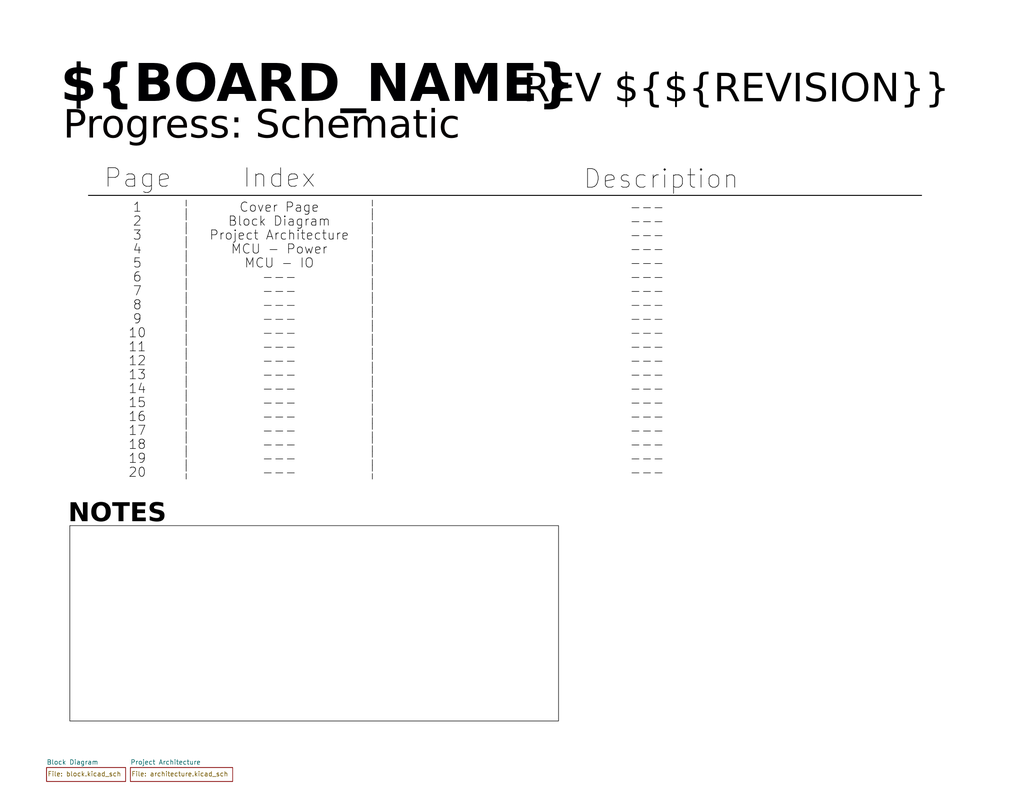
<source format=kicad_sch>
(kicad_sch
	(version 20250114)
	(generator "eeschema")
	(generator_version "9.0")
	(uuid "6f4585fe-170a-460f-821c-f2114dc34181")
	(paper "USLetter")
	(title_block
		(title "${BOARD_NAME}")
		(date "2025-04-07")
		(rev "${REVISION}")
		(company "${DESIGNER}")
	)
	(lib_symbols)
	(text "Progress: Schematic"
		(exclude_from_sim yes)
		(at 71.374 36.576 0)
		(effects
			(font
				(face "Verdana")
				(size 7.62 7.62)
				(color 2 0 0 1)
			)
		)
		(uuid "354445ad-f1d7-43a0-962d-d6aa04fed38e")
	)
	(text "Description\n"
		(exclude_from_sim yes)
		(at 159.004 49.022 0)
		(effects
			(font
				(size 5.08 5.08)
				(color 0 0 0 1)
			)
			(justify left)
		)
		(uuid "63ca6be9-fa2c-42b5-8a49-2f1863e8dbb5")
	)
	(text "Page"
		(exclude_from_sim yes)
		(at 37.592 48.768 0)
		(effects
			(font
				(size 5.08 5.08)
				(color 0 0 0 1)
			)
		)
		(uuid "6d3f7a13-1da5-4a20-8207-fcce4d64113e")
	)
	(text "REV ${REVISION}"
		(exclude_from_sim yes)
		(at 259.08 26.67 0)
		(effects
			(font
				(face "Verdana")
				(size 7.62 7.62)
				(color 0 0 0 1)
			)
			(justify right)
		)
		(uuid "7e4b2563-4706-4459-955b-2d8de3dc42fa")
	)
	(text "Index"
		(exclude_from_sim yes)
		(at 76.2 48.768 0)
		(effects
			(font
				(size 5.08 5.08)
				(color 0 0 0 1)
			)
		)
		(uuid "b36ca06e-9444-46c7-8015-3246e901f5a8")
	)
	(text "${BOARD_NAME}"
		(exclude_from_sim yes)
		(at 16.51 26.162 0)
		(effects
			(font
				(face "Verdana")
				(size 10.16 10.16)
				(thickness 0.508)
				(bold yes)
				(color 0 0 2 1)
			)
			(justify left)
		)
		(uuid "b96925c5-14b0-466a-92c7-52bc32514082")
	)
	(text "NOTES"
		(exclude_from_sim yes)
		(at 32.004 141.732 0)
		(effects
			(font
				(face "Verdana")
				(size 5.08 5.08)
				(bold yes)
				(color 0 0 0 1)
			)
		)
		(uuid "de289014-4c95-42a7-a1e5-a882c81b1e4a")
	)
	(text_box ""
		(exclude_from_sim yes)
		(at 19.05 143.51 0)
		(size 133.35 53.34)
		(margins 0.9525 0.9525 0.9525 0.9525)
		(stroke
			(width 0)
			(type solid)
			(color 0 0 0 1)
		)
		(fill
			(type none)
		)
		(effects
			(font
				(size 1.27 1.27)
				(thickness 0.1588)
				(color 0 0 0 1)
			)
			(justify left top)
		)
		(uuid "70f495b5-ef02-49b7-b360-0423f8dfaf9f")
	)
	(polyline
		(pts
			(xy 24.13 53.34) (xy 251.46 53.34)
		)
		(stroke
			(width 0.254)
			(type solid)
			(color 0 0 0 1)
		)
		(uuid "2e9259e5-0dd4-45f9-b04e-0234fb603303")
	)
	(table
		(column_count 3)
		(border
			(external no)
			(header no)
		)
		(separators
			(rows no)
			(cols yes)
			(stroke
				(width 0)
				(type dash)
				(color 0 0 0 1)
			)
		)
		(column_widths 26.67 50.8 149.86)
		(row_heights 3.81 3.81 3.81 3.81 3.81 3.81 3.81 3.81 3.81 3.81 3.81 3.81
			3.81 3.81 3.81 3.81 3.81 3.81 3.81 3.81
		)
		(cells
			(table_cell "1"
				(exclude_from_sim no)
				(at 24.13 54.61 0)
				(size 26.67 3.81)
				(margins 0.9525 0.9525 0.9525 0.9525)
				(span 1 1)
				(fill
					(type none)
				)
				(effects
					(font
						(size 2.54 2.54)
						(color 0 0 0 1)
					)
				)
				(uuid "31d93f98-c8bd-422b-8bfc-6a381cf40721")
			)
			(table_cell "Cover Page"
				(exclude_from_sim no)
				(at 50.8 54.61 0)
				(size 50.8 3.81)
				(margins 0.9525 0.9525 0.9525 0.9525)
				(span 1 1)
				(fill
					(type none)
				)
				(effects
					(font
						(size 2.54 2.54)
						(color 0 0 0 1)
					)
				)
				(uuid "155b1a1d-9aa2-42b6-804e-7dfd16372722")
			)
			(table_cell "---"
				(exclude_from_sim no)
				(at 101.6 54.61 0)
				(size 149.86 3.81)
				(margins 0.9525 0.9525 0.9525 0.9525)
				(span 1 1)
				(fill
					(type none)
				)
				(effects
					(font
						(size 2.54 2.54)
						(color 0 0 0 1)
					)
				)
				(uuid "9050361a-d600-4a5a-b383-cd07ea41fcd4")
			)
			(table_cell "2"
				(exclude_from_sim no)
				(at 24.13 58.42 0)
				(size 26.67 3.81)
				(margins 0.9525 0.9525 0.9525 0.9525)
				(span 1 1)
				(fill
					(type none)
				)
				(effects
					(font
						(size 2.54 2.54)
						(color 0 0 0 1)
					)
				)
				(uuid "d2173838-ddcd-412e-97c0-72e74470af80")
			)
			(table_cell "Block Diagram"
				(exclude_from_sim no)
				(at 50.8 58.42 0)
				(size 50.8 3.81)
				(margins 0.9525 0.9525 0.9525 0.9525)
				(span 1 1)
				(fill
					(type none)
				)
				(effects
					(font
						(size 2.54 2.54)
						(color 0 0 0 1)
					)
				)
				(uuid "5dcd6788-ce41-4974-bb4d-febfa40f329b")
			)
			(table_cell "---"
				(exclude_from_sim no)
				(at 101.6 58.42 0)
				(size 149.86 3.81)
				(margins 0.9525 0.9525 0.9525 0.9525)
				(span 1 1)
				(fill
					(type none)
				)
				(effects
					(font
						(size 2.54 2.54)
						(color 0 0 0 1)
					)
				)
				(uuid "24f00592-3812-4536-a4d7-848a8b3bcf14")
			)
			(table_cell "3"
				(exclude_from_sim no)
				(at 24.13 62.23 0)
				(size 26.67 3.81)
				(margins 0.9525 0.9525 0.9525 0.9525)
				(span 1 1)
				(fill
					(type none)
				)
				(effects
					(font
						(size 2.54 2.54)
						(color 0 0 0 1)
					)
				)
				(uuid "90cafd15-09cb-4682-9739-a8e702a0e2b8")
			)
			(table_cell "Project Architecture"
				(exclude_from_sim no)
				(at 50.8 62.23 0)
				(size 50.8 3.81)
				(margins 0.9525 0.9525 0.9525 0.9525)
				(span 1 1)
				(fill
					(type none)
				)
				(effects
					(font
						(size 2.54 2.54)
						(color 0 0 0 1)
					)
				)
				(uuid "db45da00-536c-4564-ab98-c21067dc009c")
			)
			(table_cell "---"
				(exclude_from_sim no)
				(at 101.6 62.23 0)
				(size 149.86 3.81)
				(margins 0.9525 0.9525 0.9525 0.9525)
				(span 1 1)
				(fill
					(type none)
				)
				(effects
					(font
						(size 2.54 2.54)
						(color 0 0 0 1)
					)
				)
				(uuid "92c16db3-c0ca-4519-afe8-a35af440f528")
			)
			(table_cell "4"
				(exclude_from_sim no)
				(at 24.13 66.04 0)
				(size 26.67 3.81)
				(margins 0.9525 0.9525 0.9525 0.9525)
				(span 1 1)
				(fill
					(type none)
				)
				(effects
					(font
						(size 2.54 2.54)
						(color 0 0 0 1)
					)
				)
				(uuid "ee75c735-857b-4348-8a85-490db1718cd6")
			)
			(table_cell "MCU - Power"
				(exclude_from_sim no)
				(at 50.8 66.04 0)
				(size 50.8 3.81)
				(margins 0.9525 0.9525 0.9525 0.9525)
				(span 1 1)
				(fill
					(type none)
				)
				(effects
					(font
						(size 2.54 2.54)
						(color 0 0 0 1)
					)
				)
				(uuid "f088b6dd-b6e0-4d17-8870-d6ca08627752")
			)
			(table_cell "---"
				(exclude_from_sim no)
				(at 101.6 66.04 0)
				(size 149.86 3.81)
				(margins 0.9525 0.9525 0.9525 0.9525)
				(span 1 1)
				(fill
					(type none)
				)
				(effects
					(font
						(size 2.54 2.54)
						(color 0 0 0 1)
					)
				)
				(uuid "d0f53f32-8e1b-44ab-87d8-cc629e3ffe21")
			)
			(table_cell "5"
				(exclude_from_sim no)
				(at 24.13 69.85 0)
				(size 26.67 3.81)
				(margins 0.9525 0.9525 0.9525 0.9525)
				(span 1 1)
				(fill
					(type none)
				)
				(effects
					(font
						(size 2.54 2.54)
						(color 0 0 0 1)
					)
				)
				(uuid "8ce5d3b0-b95e-4192-89a7-0410e296723a")
			)
			(table_cell "MCU - IO"
				(exclude_from_sim no)
				(at 50.8 69.85 0)
				(size 50.8 3.81)
				(margins 0.9525 0.9525 0.9525 0.9525)
				(span 1 1)
				(fill
					(type none)
				)
				(effects
					(font
						(size 2.54 2.54)
						(color 0 0 0 1)
					)
				)
				(uuid "de16243f-78bc-4393-9bae-071d4757a178")
			)
			(table_cell "---"
				(exclude_from_sim no)
				(at 101.6 69.85 0)
				(size 149.86 3.81)
				(margins 0.9525 0.9525 0.9525 0.9525)
				(span 1 1)
				(fill
					(type none)
				)
				(effects
					(font
						(size 2.54 2.54)
						(color 0 0 0 1)
					)
				)
				(uuid "87095f34-4ec6-4b8b-836e-3e9079710a20")
			)
			(table_cell "6"
				(exclude_from_sim no)
				(at 24.13 73.66 0)
				(size 26.67 3.81)
				(margins 0.9525 0.9525 0.9525 0.9525)
				(span 1 1)
				(fill
					(type none)
				)
				(effects
					(font
						(size 2.54 2.54)
						(color 0 0 0 1)
					)
				)
				(uuid "01c640ff-1ad8-487b-a1cb-8ebdf59ccc46")
			)
			(table_cell "---"
				(exclude_from_sim no)
				(at 50.8 73.66 0)
				(size 50.8 3.81)
				(margins 0.9525 0.9525 0.9525 0.9525)
				(span 1 1)
				(fill
					(type none)
				)
				(effects
					(font
						(size 2.54 2.54)
						(color 0 0 0 1)
					)
				)
				(uuid "9918e595-69df-4c5e-b0d1-39ff35cee8a3")
			)
			(table_cell "---"
				(exclude_from_sim no)
				(at 101.6 73.66 0)
				(size 149.86 3.81)
				(margins 0.9525 0.9525 0.9525 0.9525)
				(span 1 1)
				(fill
					(type none)
				)
				(effects
					(font
						(size 2.54 2.54)
						(color 0 0 0 1)
					)
				)
				(uuid "4e085b31-3e15-432f-9dd1-5387b68287ec")
			)
			(table_cell "7"
				(exclude_from_sim no)
				(at 24.13 77.47 0)
				(size 26.67 3.81)
				(margins 0.9525 0.9525 0.9525 0.9525)
				(span 1 1)
				(fill
					(type none)
				)
				(effects
					(font
						(size 2.54 2.54)
						(color 0 0 0 1)
					)
				)
				(uuid "6f9f0b70-3e87-4eae-88db-65a7b747967c")
			)
			(table_cell "---"
				(exclude_from_sim no)
				(at 50.8 77.47 0)
				(size 50.8 3.81)
				(margins 0.9525 0.9525 0.9525 0.9525)
				(span 1 1)
				(fill
					(type none)
				)
				(effects
					(font
						(size 2.54 2.54)
						(color 0 0 0 1)
					)
				)
				(uuid "7ac264d3-2b25-4c61-9d5f-a906e8e6e2b1")
			)
			(table_cell "---"
				(exclude_from_sim no)
				(at 101.6 77.47 0)
				(size 149.86 3.81)
				(margins 0.9525 0.9525 0.9525 0.9525)
				(span 1 1)
				(fill
					(type none)
				)
				(effects
					(font
						(size 2.54 2.54)
						(color 0 0 0 1)
					)
				)
				(uuid "d26a9f95-83da-4daa-b426-2cd78826056b")
			)
			(table_cell "8"
				(exclude_from_sim no)
				(at 24.13 81.28 0)
				(size 26.67 3.81)
				(margins 0.9525 0.9525 0.9525 0.9525)
				(span 1 1)
				(fill
					(type none)
				)
				(effects
					(font
						(size 2.54 2.54)
						(color 0 0 0 1)
					)
				)
				(uuid "64cf3da9-5895-45fe-bda5-929e85b04311")
			)
			(table_cell "---"
				(exclude_from_sim no)
				(at 50.8 81.28 0)
				(size 50.8 3.81)
				(margins 0.9525 0.9525 0.9525 0.9525)
				(span 1 1)
				(fill
					(type none)
				)
				(effects
					(font
						(size 2.54 2.54)
						(color 0 0 0 1)
					)
				)
				(uuid "2aee1a2b-decc-44a5-86b3-d5e454118985")
			)
			(table_cell "---"
				(exclude_from_sim no)
				(at 101.6 81.28 0)
				(size 149.86 3.81)
				(margins 0.9525 0.9525 0.9525 0.9525)
				(span 1 1)
				(fill
					(type none)
				)
				(effects
					(font
						(size 2.54 2.54)
						(color 0 0 0 1)
					)
				)
				(uuid "6f9c53b3-922e-493f-8a1c-9dd698e50806")
			)
			(table_cell "9"
				(exclude_from_sim no)
				(at 24.13 85.09 0)
				(size 26.67 3.81)
				(margins 0.9525 0.9525 0.9525 0.9525)
				(span 1 1)
				(fill
					(type none)
				)
				(effects
					(font
						(size 2.54 2.54)
						(color 0 0 0 1)
					)
				)
				(uuid "1a18b1d2-bc3c-4931-ba7f-59b79445540b")
			)
			(table_cell "---"
				(exclude_from_sim no)
				(at 50.8 85.09 0)
				(size 50.8 3.81)
				(margins 0.9525 0.9525 0.9525 0.9525)
				(span 1 1)
				(fill
					(type none)
				)
				(effects
					(font
						(size 2.54 2.54)
						(color 0 0 0 1)
					)
				)
				(uuid "79890478-aea2-4082-9202-8eb27a9ad628")
			)
			(table_cell "---"
				(exclude_from_sim no)
				(at 101.6 85.09 0)
				(size 149.86 3.81)
				(margins 0.9525 0.9525 0.9525 0.9525)
				(span 1 1)
				(fill
					(type none)
				)
				(effects
					(font
						(size 2.54 2.54)
						(color 0 0 0 1)
					)
				)
				(uuid "6fcd1c4f-b564-4a69-b2aa-20714e5ba4c2")
			)
			(table_cell "10"
				(exclude_from_sim no)
				(at 24.13 88.9 0)
				(size 26.67 3.81)
				(margins 0.9525 0.9525 0.9525 0.9525)
				(span 1 1)
				(fill
					(type none)
				)
				(effects
					(font
						(size 2.54 2.54)
						(color 0 0 0 1)
					)
				)
				(uuid "7f91dbce-30d4-455e-a3b6-ac12b9076143")
			)
			(table_cell "---"
				(exclude_from_sim no)
				(at 50.8 88.9 0)
				(size 50.8 3.81)
				(margins 0.9525 0.9525 0.9525 0.9525)
				(span 1 1)
				(fill
					(type none)
				)
				(effects
					(font
						(size 2.54 2.54)
						(color 0 0 0 1)
					)
				)
				(uuid "de9bb422-87a6-402a-9910-84ada78abe2e")
			)
			(table_cell "---"
				(exclude_from_sim no)
				(at 101.6 88.9 0)
				(size 149.86 3.81)
				(margins 0.9525 0.9525 0.9525 0.9525)
				(span 1 1)
				(fill
					(type none)
				)
				(effects
					(font
						(size 2.54 2.54)
						(color 0 0 0 1)
					)
				)
				(uuid "117f7924-534f-40e6-a387-2964f70494b9")
			)
			(table_cell "11"
				(exclude_from_sim no)
				(at 24.13 92.71 0)
				(size 26.67 3.81)
				(margins 0.9525 0.9525 0.9525 0.9525)
				(span 1 1)
				(fill
					(type none)
				)
				(effects
					(font
						(size 2.54 2.54)
						(color 0 0 0 1)
					)
				)
				(uuid "616f2c44-d5e6-4b02-83f1-ad95f9285289")
			)
			(table_cell "---"
				(exclude_from_sim no)
				(at 50.8 92.71 0)
				(size 50.8 3.81)
				(margins 0.9525 0.9525 0.9525 0.9525)
				(span 1 1)
				(fill
					(type none)
				)
				(effects
					(font
						(size 2.54 2.54)
						(color 0 0 0 1)
					)
				)
				(uuid "2a299bdc-d514-485c-a74b-4dd0f70c0935")
			)
			(table_cell "---"
				(exclude_from_sim no)
				(at 101.6 92.71 0)
				(size 149.86 3.81)
				(margins 0.9525 0.9525 0.9525 0.9525)
				(span 1 1)
				(fill
					(type none)
				)
				(effects
					(font
						(size 2.54 2.54)
						(color 0 0 0 1)
					)
				)
				(uuid "08162bff-949a-43c8-86c9-449cad0452fe")
			)
			(table_cell "12"
				(exclude_from_sim no)
				(at 24.13 96.52 0)
				(size 26.67 3.81)
				(margins 0.9525 0.9525 0.9525 0.9525)
				(span 1 1)
				(fill
					(type none)
				)
				(effects
					(font
						(size 2.54 2.54)
						(color 0 0 0 1)
					)
				)
				(uuid "0c5b5e33-117e-4fd0-a048-489e9f8ffbd9")
			)
			(table_cell "---"
				(exclude_from_sim no)
				(at 50.8 96.52 0)
				(size 50.8 3.81)
				(margins 0.9525 0.9525 0.9525 0.9525)
				(span 1 1)
				(fill
					(type none)
				)
				(effects
					(font
						(size 2.54 2.54)
						(color 0 0 0 1)
					)
				)
				(uuid "e577a61a-21f5-488e-81ef-0d4c98aec00b")
			)
			(table_cell "---"
				(exclude_from_sim no)
				(at 101.6 96.52 0)
				(size 149.86 3.81)
				(margins 0.9525 0.9525 0.9525 0.9525)
				(span 1 1)
				(fill
					(type none)
				)
				(effects
					(font
						(size 2.54 2.54)
						(color 0 0 0 1)
					)
				)
				(uuid "838da033-7155-4ca8-b9ba-e3a14fdc651e")
			)
			(table_cell "13"
				(exclude_from_sim no)
				(at 24.13 100.33 0)
				(size 26.67 3.81)
				(margins 0.9525 0.9525 0.9525 0.9525)
				(span 1 1)
				(fill
					(type none)
				)
				(effects
					(font
						(size 2.54 2.54)
						(color 0 0 0 1)
					)
				)
				(uuid "bbe3d926-9935-4676-a295-15a7a2431715")
			)
			(table_cell "---"
				(exclude_from_sim no)
				(at 50.8 100.33 0)
				(size 50.8 3.81)
				(margins 0.9525 0.9525 0.9525 0.9525)
				(span 1 1)
				(fill
					(type none)
				)
				(effects
					(font
						(size 2.54 2.54)
						(color 0 0 0 1)
					)
				)
				(uuid "9e7167b2-c0d5-42dc-b555-5c048a49b7d8")
			)
			(table_cell "---"
				(exclude_from_sim no)
				(at 101.6 100.33 0)
				(size 149.86 3.81)
				(margins 0.9525 0.9525 0.9525 0.9525)
				(span 1 1)
				(fill
					(type none)
				)
				(effects
					(font
						(size 2.54 2.54)
						(color 0 0 0 1)
					)
				)
				(uuid "9d788687-b4e5-444d-a853-4abc7cab94fd")
			)
			(table_cell "14"
				(exclude_from_sim no)
				(at 24.13 104.14 0)
				(size 26.67 3.81)
				(margins 0.9525 0.9525 0.9525 0.9525)
				(span 1 1)
				(fill
					(type none)
				)
				(effects
					(font
						(size 2.54 2.54)
						(color 0 0 0 1)
					)
				)
				(uuid "5bf4ec75-bd71-4c2e-a3e9-bef7afe563f3")
			)
			(table_cell "---"
				(exclude_from_sim no)
				(at 50.8 104.14 0)
				(size 50.8 3.81)
				(margins 0.9525 0.9525 0.9525 0.9525)
				(span 1 1)
				(fill
					(type none)
				)
				(effects
					(font
						(size 2.54 2.54)
						(color 0 0 0 1)
					)
				)
				(uuid "a4b159c3-2bc5-48f3-8318-8605f0a30884")
			)
			(table_cell "---"
				(exclude_from_sim no)
				(at 101.6 104.14 0)
				(size 149.86 3.81)
				(margins 0.9525 0.9525 0.9525 0.9525)
				(span 1 1)
				(fill
					(type none)
				)
				(effects
					(font
						(size 2.54 2.54)
						(color 0 0 0 1)
					)
				)
				(uuid "27adc9b9-3251-4f82-b491-b5cd28fb47f8")
			)
			(table_cell "15"
				(exclude_from_sim no)
				(at 24.13 107.95 0)
				(size 26.67 3.81)
				(margins 0.9525 0.9525 0.9525 0.9525)
				(span 1 1)
				(fill
					(type none)
				)
				(effects
					(font
						(size 2.54 2.54)
						(color 0 0 0 1)
					)
				)
				(uuid "87619981-f73d-4238-9da0-36cd9235df36")
			)
			(table_cell "---"
				(exclude_from_sim no)
				(at 50.8 107.95 0)
				(size 50.8 3.81)
				(margins 0.9525 0.9525 0.9525 0.9525)
				(span 1 1)
				(fill
					(type none)
				)
				(effects
					(font
						(size 2.54 2.54)
						(color 0 0 0 1)
					)
				)
				(uuid "da3f9a9b-3b80-4388-8bc3-1bc524112004")
			)
			(table_cell "---"
				(exclude_from_sim no)
				(at 101.6 107.95 0)
				(size 149.86 3.81)
				(margins 0.9525 0.9525 0.9525 0.9525)
				(span 1 1)
				(fill
					(type none)
				)
				(effects
					(font
						(size 2.54 2.54)
						(color 0 0 0 1)
					)
				)
				(uuid "bec4269e-70f1-4739-85e5-bc3ac0044b0c")
			)
			(table_cell "16"
				(exclude_from_sim no)
				(at 24.13 111.76 0)
				(size 26.67 3.81)
				(margins 0.9525 0.9525 0.9525 0.9525)
				(span 1 1)
				(fill
					(type none)
				)
				(effects
					(font
						(size 2.54 2.54)
						(color 0 0 0 1)
					)
				)
				(uuid "ae94060b-5f24-42b8-84f9-027a166425e8")
			)
			(table_cell "---"
				(exclude_from_sim no)
				(at 50.8 111.76 0)
				(size 50.8 3.81)
				(margins 0.9525 0.9525 0.9525 0.9525)
				(span 1 1)
				(fill
					(type none)
				)
				(effects
					(font
						(size 2.54 2.54)
						(color 0 0 0 1)
					)
				)
				(uuid "3d09ea4e-c3c2-4f94-87a3-caf2aa68f5b1")
			)
			(table_cell "---"
				(exclude_from_sim no)
				(at 101.6 111.76 0)
				(size 149.86 3.81)
				(margins 0.9525 0.9525 0.9525 0.9525)
				(span 1 1)
				(fill
					(type none)
				)
				(effects
					(font
						(size 2.54 2.54)
						(color 0 0 0 1)
					)
				)
				(uuid "36df3b79-a9c5-45e5-9293-ec1f916851b0")
			)
			(table_cell "17"
				(exclude_from_sim no)
				(at 24.13 115.57 0)
				(size 26.67 3.81)
				(margins 0.9525 0.9525 0.9525 0.9525)
				(span 1 1)
				(fill
					(type none)
				)
				(effects
					(font
						(size 2.54 2.54)
						(color 0 0 0 1)
					)
				)
				(uuid "680b24d4-ccfa-4aad-865c-951e834a8ba8")
			)
			(table_cell "---"
				(exclude_from_sim no)
				(at 50.8 115.57 0)
				(size 50.8 3.81)
				(margins 0.9525 0.9525 0.9525 0.9525)
				(span 1 1)
				(fill
					(type none)
				)
				(effects
					(font
						(size 2.54 2.54)
						(color 0 0 0 1)
					)
				)
				(uuid "4d3dbf89-258e-4191-ac2b-eba1886f20ba")
			)
			(table_cell "---"
				(exclude_from_sim no)
				(at 101.6 115.57 0)
				(size 149.86 3.81)
				(margins 0.9525 0.9525 0.9525 0.9525)
				(span 1 1)
				(fill
					(type none)
				)
				(effects
					(font
						(size 2.54 2.54)
						(color 0 0 0 1)
					)
				)
				(uuid "12fe9a29-b55d-4aba-bf99-010e2f50f51a")
			)
			(table_cell "18"
				(exclude_from_sim no)
				(at 24.13 119.38 0)
				(size 26.67 3.81)
				(margins 0.9525 0.9525 0.9525 0.9525)
				(span 1 1)
				(fill
					(type none)
				)
				(effects
					(font
						(size 2.54 2.54)
						(color 0 0 0 1)
					)
				)
				(uuid "b9d44ffb-b3cb-458e-bb3e-1c2d16450bd6")
			)
			(table_cell "---"
				(exclude_from_sim no)
				(at 50.8 119.38 0)
				(size 50.8 3.81)
				(margins 0.9525 0.9525 0.9525 0.9525)
				(span 1 1)
				(fill
					(type none)
				)
				(effects
					(font
						(size 2.54 2.54)
						(color 0 0 0 1)
					)
				)
				(uuid "c445eeb1-9978-42b5-9366-3daa34305b11")
			)
			(table_cell "---"
				(exclude_from_sim no)
				(at 101.6 119.38 0)
				(size 149.86 3.81)
				(margins 0.9525 0.9525 0.9525 0.9525)
				(span 1 1)
				(fill
					(type none)
				)
				(effects
					(font
						(size 2.54 2.54)
						(color 0 0 0 1)
					)
				)
				(uuid "4e8f0a1a-4dcd-4614-8fc3-9e25f5ced88f")
			)
			(table_cell "19"
				(exclude_from_sim no)
				(at 24.13 123.19 0)
				(size 26.67 3.81)
				(margins 0.9525 0.9525 0.9525 0.9525)
				(span 1 1)
				(fill
					(type none)
				)
				(effects
					(font
						(size 2.54 2.54)
						(color 0 0 0 1)
					)
				)
				(uuid "cfa4fc42-2169-4048-b88c-bc5c563e35a3")
			)
			(table_cell "---"
				(exclude_from_sim no)
				(at 50.8 123.19 0)
				(size 50.8 3.81)
				(margins 0.9525 0.9525 0.9525 0.9525)
				(span 1 1)
				(fill
					(type none)
				)
				(effects
					(font
						(size 2.54 2.54)
						(color 0 0 0 1)
					)
				)
				(uuid "77368830-7035-4c21-9dd5-409ade3d3492")
			)
			(table_cell "---"
				(exclude_from_sim no)
				(at 101.6 123.19 0)
				(size 149.86 3.81)
				(margins 0.9525 0.9525 0.9525 0.9525)
				(span 1 1)
				(fill
					(type none)
				)
				(effects
					(font
						(size 2.54 2.54)
						(color 0 0 0 1)
					)
				)
				(uuid "d72880a2-33dc-4558-a110-a79c41c6a12b")
			)
			(table_cell "20"
				(exclude_from_sim no)
				(at 24.13 127 0)
				(size 26.67 3.81)
				(margins 0.9525 0.9525 0.9525 0.9525)
				(span 1 1)
				(fill
					(type none)
				)
				(effects
					(font
						(size 2.54 2.54)
						(color 0 0 0 1)
					)
				)
				(uuid "c04e06c2-4eea-49e6-90f0-49eb7956f8de")
			)
			(table_cell "---"
				(exclude_from_sim no)
				(at 50.8 127 0)
				(size 50.8 3.81)
				(margins 0.9525 0.9525 0.9525 0.9525)
				(span 1 1)
				(fill
					(type none)
				)
				(effects
					(font
						(size 2.54 2.54)
						(color 0 0 0 1)
					)
				)
				(uuid "13492a99-f7f2-4164-8a6c-c85fdfa88a80")
			)
			(table_cell "---"
				(exclude_from_sim no)
				(at 101.6 127 0)
				(size 149.86 3.81)
				(margins 0.9525 0.9525 0.9525 0.9525)
				(span 1 1)
				(fill
					(type none)
				)
				(effects
					(font
						(size 2.54 2.54)
						(color 0 0 0 1)
					)
				)
				(uuid "52714292-1973-4adb-b45c-cabb40d373d7")
			)
		)
	)
	(sheet
		(at 35.56 209.55)
		(size 27.94 3.81)
		(exclude_from_sim no)
		(in_bom yes)
		(on_board yes)
		(dnp no)
		(stroke
			(width 0.1524)
			(type solid)
		)
		(fill
			(color 0 0 0 0.0000)
		)
		(uuid "6f1a5909-ac4c-4363-8523-c7dc18344b8a")
		(property "Sheetname" "Project Architecture"
			(at 35.56 208.8384 0)
			(effects
				(font
					(size 1.27 1.27)
				)
				(justify left bottom)
			)
		)
		(property "Sheetfile" "architecture.kicad_sch"
			(at 35.814 210.566 0)
			(effects
				(font
					(size 1.27 1.27)
				)
				(justify left top)
			)
		)
		(instances
			(project "senior_project"
				(path "/6f4585fe-170a-460f-821c-f2114dc34181"
					(page "3")
				)
			)
		)
	)
	(sheet
		(at 12.7 209.55)
		(size 21.59 3.81)
		(exclude_from_sim no)
		(in_bom yes)
		(on_board yes)
		(dnp no)
		(stroke
			(width 0.1524)
			(type solid)
		)
		(fill
			(color 0 0 0 0.0000)
		)
		(uuid "9a3f68fb-0142-4c4a-aecd-31d12f2e601a")
		(property "Sheetname" "Block Diagram"
			(at 12.7 208.8384 0)
			(effects
				(font
					(size 1.27 1.27)
				)
				(justify left bottom)
			)
		)
		(property "Sheetfile" "block.kicad_sch"
			(at 12.954 210.566 0)
			(effects
				(font
					(size 1.27 1.27)
				)
				(justify left top)
			)
		)
		(instances
			(project "senior_project"
				(path "/6f4585fe-170a-460f-821c-f2114dc34181"
					(page "2")
				)
			)
		)
	)
	(sheet_instances
		(path "/"
			(page "1")
		)
	)
	(embedded_fonts no)
	(embedded_files
		(file
			(name "drawing_sheet.kicad_wks")
			(type worksheet)
			(data |KLUv/WDRCKUUAMbeYCDwWDfQMcmeabkNpN1hFVLVTxRxwTZv3d3JjYXFwbleVFYAUABbAP95FvE/
				9kb4QR+b5exrP7mKnfd4aMDmJRv0oDX5taEBu2Z7yo5/8i8AAAHBiPQ+ykuzOpYFvROOrM74a/br
				H0M250RQSftiO2YvFQABwSgydcD6WVEhBcBf7JmN0R7xyJpW/8nfe0wiMNoSQ53yd+1XH3nOfjP+
				PmzZ0hJ9OPTaw7ffDvoGLwnn2lb/dVHEH23a4HUFza5JW1PQS87Zn+uPltUu1huezj6qlgtn2Sye
				shgwxF4naLfhLiW/ZJnVkXklWpOTUukwF27TcWyNLqIiYBfWck7tUvQiW3GZzdHhNBhMpyI0w786
				cs6o7H/9a5TH/kgKYbTnhqJYS8/z5EQEAYGBKqimoW4dibhBqVRccnIom2VSaWS/Hzv6ApLZLBmO
				g2CyDHElZk82CifpHvZhsOqtYPaN1f5VD800eUnaVLG4OEmmy4RvM3TSCdp+dxBmcFgNwM7qr2LG
				AXOgATlmGBoTkSBpknRgRKTmqh582dwSHPD7O9+rk+xy35sQDVI3GYSIKBBYR7IoptcNvs6MsnCJ
				7GK9IPuz3TuwZlV1EzDANaZ1IIfBcwn38wR8Ln97Din0ZCxtFwT7EDSUMe5YER+wVw5jZBAgTE/9
				OGExMg4VDlwi5Wg0XLyUEDFZHqdO8wH5LxFj3QIOmulD9rCOQZrE1B8tZWnCctld7qNcC9BaU3FA
				IKA/TH+jgKJ3RzhAbu97XbYKdhKzQgud+cpTh+11OPSLB0aqIjEVsAoJK4ABgtzpJXROA8u2OOH6
				aoIQgPHoHiRpXniT0r6EnK2IYWd4xbpNQaOeuDtr/T+Oj1A/2eiAPwamCg==|
			)
			(checksum "F4687AF0BEE864A638A79469481C8759")
		)
	)
)

</source>
